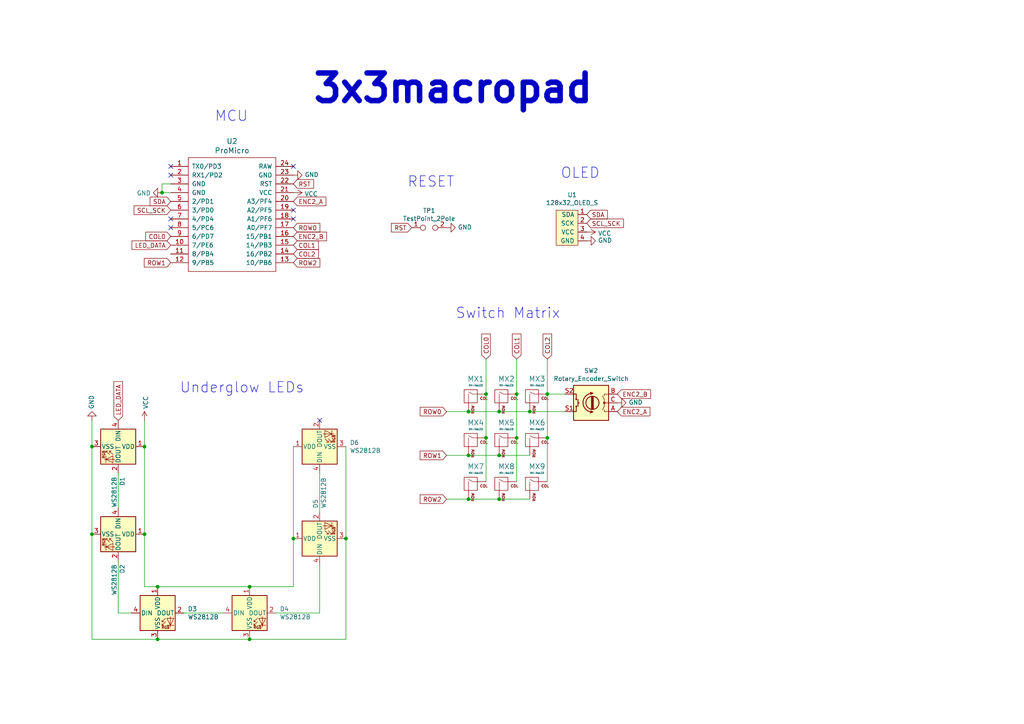
<source format=kicad_sch>
(kicad_sch (version 20230121) (generator eeschema)
  (paper "A4")
  (lib_symbols
    (symbol "Connector:TestPoint_2Pole" (pin_names (offset 0.762) hide)
      (property "Reference" "TP" (at 0 1.524 0))
      (property "Value" "TestPoint_2Pole" (at 0 -1.778 0))
      (symbol "TestPoint_2Pole_0_1"
        (circle (center -1.778 0) (radius 0.762))
        (circle (center 1.778 0) (radius 0.762))
        (pin passive line (at -5.08 0 0) (length 2.54) (name "1") (number "1"))
        (pin passive line (at 5.08 0 180) (length 2.54) (name "2") (number "2"))
      )
    )
    (symbol "LED:WS2812B" (pin_names (offset 0.254))
      (property "Reference" "D" (at 5.08 5.715 0))
      (property "Value" "WS2812B" (at 1.27 -5.715 0))
      (symbol "WS2812B_0_0"
        (text "RGB" (at 2.286 -4.191 0) (effects (font (size 0.762 0.762))))
      )
      (symbol "WS2812B_0_1"
        (polyline (pts (xy 1.27 -3.556) (xy 1.778 -3.556)))
        (polyline (pts (xy 1.27 -2.54) (xy 1.778 -2.54)))
        (polyline (pts (xy 4.699 -3.556) (xy 2.667 -3.556)))
        (polyline (pts (xy 2.286 -2.54) (xy 1.27 -3.556) (xy 1.27 -3.048)))
        (polyline (pts (xy 2.286 -1.524) (xy 1.27 -2.54) (xy 1.27 -2.032)))
        (polyline (pts (xy 3.683 -1.016) (xy 3.683 -3.556) (xy 3.683 -4.064)))
        (polyline (pts (xy 4.699 -1.524) (xy 2.667 -1.524) (xy 3.683 -3.556) (xy 4.699 -1.524)))
        (rectangle (start 5.08 5.08) (end -5.08 -5.08) (stroke (width 0.254)) (fill (type background)))
      )
      (symbol "WS2812B_1_1"
        (pin power_in line (at 0 7.62 270) (length 2.54) (name "VDD") (number "1"))
        (pin output line (at 7.62 0 180) (length 2.54) (name "DOUT") (number "2"))
        (pin power_in line (at 0 -7.62 90) (length 2.54) (name "VSS") (number "3"))
        (pin input line (at -7.62 0 0) (length 2.54) (name "DIN") (number "4"))
      )
    )
    (symbol "PCB-rescue:MX-NoLED-MX_Alps_Hybrid" (pin_names (offset 1.016))
      (property "Reference" "MX" (at -0.635 3.81 0))
      (property "Value" "MX_Alps_Hybrid_MX-NoLED" (at -0.635 1.27 0))
      (symbol "MX-NoLED-MX_Alps_Hybrid_0_0"
        (rectangle (start -2.54 2.54) (end 1.27 -1.27))
        (polyline (pts (xy -1.27 -1.27) (xy -1.27 1.27)) (stroke (width 0.127)))
        (polyline (pts (xy 1.27 1.27) (xy 0 1.27) (xy -1.27 1.905)) (stroke (width 0.127)))
        (text "COL" (at 3.175 0 0) (effects (font (size 0.762 0.762))))
        (text "ROW" (at 0 -1.905 900) (effects (font (size 0.762 0.762)) (justify right)))
      )
      (symbol "MX-NoLED-MX_Alps_Hybrid_1_1"
        (pin passive line (at 3.81 1.27 180) (length 2.54) (name "COL") (number "1"))
        (pin passive line (at -1.27 -3.81 90) (length 2.54) (name "ROW") (number "2"))
      )
    )
    (symbol "PCB-rescue:ProMicro-keebio" (pin_names (offset 1.016))
      (property "Reference" "U" (at 0 0 0))
      (property "Value" "keebio_ProMicro" (at 0 -19.05 0))
      (symbol "ProMicro-keebio_0_1"
        (rectangle (start -12.7 -16.51) (end 12.7 16.51))
      )
      (symbol "ProMicro-keebio_1_1"
        (pin input line (at -17.78 13.97 0) (length 5.08) (name "TX0/PD3") (number "1"))
        (pin input line (at -17.78 -8.89 0) (length 5.08) (name "7/PE6") (number "10"))
        (pin input line (at -17.78 -11.43 0) (length 5.08) (name "8/PB4") (number "11"))
        (pin input line (at -17.78 -13.97 0) (length 5.08) (name "9/PB5") (number "12"))
        (pin input line (at 17.78 -13.97 180) (length 5.08) (name "10/PB6") (number "13"))
        (pin input line (at 17.78 -11.43 180) (length 5.08) (name "16/PB2") (number "14"))
        (pin input line (at 17.78 -8.89 180) (length 5.08) (name "14/PB3") (number "15"))
        (pin input line (at 17.78 -6.35 180) (length 5.08) (name "15/PB1") (number "16"))
        (pin input line (at 17.78 -3.81 180) (length 5.08) (name "A0/PF7") (number "17"))
        (pin input line (at 17.78 -1.27 180) (length 5.08) (name "A1/PF6") (number "18"))
        (pin input line (at 17.78 1.27 180) (length 5.08) (name "A2/PF5") (number "19"))
        (pin input line (at -17.78 11.43 0) (length 5.08) (name "RX1/PD2") (number "2"))
        (pin input line (at 17.78 3.81 180) (length 5.08) (name "A3/PF4") (number "20"))
        (pin input line (at 17.78 6.35 180) (length 5.08) (name "VCC") (number "21"))
        (pin input line (at 17.78 8.89 180) (length 5.08) (name "RST") (number "22"))
        (pin input line (at 17.78 11.43 180) (length 5.08) (name "GND") (number "23"))
        (pin input line (at 17.78 13.97 180) (length 5.08) (name "RAW") (number "24"))
        (pin input line (at -17.78 8.89 0) (length 5.08) (name "GND") (number "3"))
        (pin input line (at -17.78 6.35 0) (length 5.08) (name "GND") (number "4"))
        (pin input line (at -17.78 3.81 0) (length 5.08) (name "2/PD1") (number "5"))
        (pin input line (at -17.78 1.27 0) (length 5.08) (name "3/PD0") (number "6"))
        (pin input line (at -17.78 -1.27 0) (length 5.08) (name "4/PD4") (number "7"))
        (pin input line (at -17.78 -3.81 0) (length 5.08) (name "5/PC6") (number "8"))
        (pin input line (at -17.78 -6.35 0) (length 5.08) (name "6/PD7") (number "9"))
      )
    )
    (symbol "PCB-rescue:Rotary_Encoder_Switch-Device" (pin_names (offset 0.254) hide)
      (property "Reference" "SW" (at 0 6.604 0))
      (property "Value" "Device_Rotary_Encoder_Switch" (at 0 -6.604 0))
      (symbol "Rotary_Encoder_Switch-Device_0_1"
        (rectangle (start -5.08 5.08) (end 5.08 -5.08) (stroke (width 0.254)) (fill (type background)))
        (circle (center -3.81 0) (radius 0.254) (fill (type outline)))
        (arc (start -0.381 -2.794) (mid 2.3376 -0.0635) (end -0.381 2.667) (stroke (width 0.254)))
        (circle (center -0.381 0) (radius 1.905) (stroke (width 0.254)))
        (polyline (pts (xy -0.635 -1.778) (xy -0.635 1.778)) (stroke (width 0.254)))
        (polyline (pts (xy -0.381 -1.778) (xy -0.381 1.778)) (stroke (width 0.254)))
        (polyline (pts (xy -0.127 1.778) (xy -0.127 -1.778)) (stroke (width 0.254)))
        (polyline (pts (xy 3.81 0) (xy 3.429 0)) (stroke (width 0.254)))
        (polyline (pts (xy 3.81 1.016) (xy 3.81 -1.016)) (stroke (width 0.254)))
        (polyline (pts (xy -5.08 -2.54) (xy -3.81 -2.54) (xy -3.81 -2.032)))
        (polyline (pts (xy -5.08 2.54) (xy -3.81 2.54) (xy -3.81 2.032)))
        (polyline (pts (xy 0.254 -3.048) (xy -0.508 -2.794) (xy 0.127 -2.413)) (stroke (width 0.254)))
        (polyline (pts (xy 0.254 2.921) (xy -0.508 2.667) (xy 0.127 2.286)) (stroke (width 0.254)))
        (polyline (pts (xy 5.08 -2.54) (xy 4.318 -2.54) (xy 4.318 -1.016)) (stroke (width 0.254)))
        (polyline (pts (xy 5.08 2.54) (xy 4.318 2.54) (xy 4.318 1.016)) (stroke (width 0.254)))
        (polyline (pts (xy -5.08 0) (xy -3.81 0) (xy -3.81 -1.016) (xy -3.302 -2.032)))
        (polyline (pts (xy -4.318 0) (xy -3.81 0) (xy -3.81 1.016) (xy -3.302 2.032)))
        (circle (center 4.318 -1.016) (radius 0.127) (stroke (width 0.254)))
        (circle (center 4.318 1.016) (radius 0.127) (stroke (width 0.254)))
      )
      (symbol "Rotary_Encoder_Switch-Device_1_1"
        (pin passive line (at -7.62 2.54 0) (length 2.54) (name "A") (number "A"))
        (pin passive line (at -7.62 -2.54 0) (length 2.54) (name "B") (number "B"))
        (pin passive line (at -7.62 0 0) (length 2.54) (name "C") (number "C"))
        (pin passive line (at 7.62 2.54 180) (length 2.54) (name "S1") (number "S1"))
        (pin passive line (at 7.62 -2.54 180) (length 2.54) (name "S2") (number "S2"))
      )
    )
    (symbol "pcb-rescue:128x32_OLED_S-128x32_OLED-smolpad-rev3-rescue" (pin_names (offset 1.016))
      (property "Reference" "U" (at 0 0 0))
      (property "Value" "128x32_OLED_S-128x32_OLED-smolpad-rev3-rescue" (at 0 0 0))
      (symbol "128x32_OLED_S-128x32_OLED-smolpad-rev3-rescue_0_1"
        (rectangle (start -5.08 -8.89) (end 5.08 -15.24) (fill (type background)))
      )
      (symbol "128x32_OLED_S-128x32_OLED-smolpad-rev3-rescue_1_1"
        (pin input line (at -3.81 -6.35 270) (length 2.54) (name "SDA") (number "1"))
        (pin input line (at -1.27 -6.35 270) (length 2.54) (name "SCK") (number "2"))
        (pin input line (at 1.27 -6.35 270) (length 2.54) (name "VCC") (number "3"))
        (pin input line (at 3.81 -6.35 270) (length 2.54) (name "GND") (number "4"))
      )
    )
    (symbol "power:GND" (power) (pin_names (offset 0))
      (property "Value" "GND" (at 0 -3.81 0))
      (symbol "GND_0_1"
        (polyline (pts (xy 0 0) (xy 0 -1.27) (xy 1.27 -1.27) (xy 0 -2.54) (xy -1.27 -1.27) (xy 0 -1.27)))
      )
      (symbol "GND_1_1"
        (pin power_in line (at 0 0 270) (length 0) hide (name "GND") (number "1"))
      )
    )
    (symbol "power:VCC" (power) (pin_names (offset 0))
      (property "Value" "VCC" (at 0 3.81 0))
      (symbol "VCC_0_1"
        (polyline (pts (xy -0.762 1.27) (xy 0 2.54)))
        (polyline (pts (xy 0 0) (xy 0 2.54)))
        (polyline (pts (xy 0 2.54) (xy 0.762 1.27)))
      )
      (symbol "VCC_1_1"
        (pin power_in line (at 0 0 90) (length 0) hide (name "VCC") (number "1"))
      )
    )
  )
  (junction (at 158.75 127))
  (junction (at 144.78 119.38))
  (junction (at 140.97 114.3))
  (junction (at 85.09 156.21))
  (junction (at 26.67 129.54))
  (junction (at 149.86 127))
  (junction (at 135.89 144.78))
  (junction (at 135.89 119.38))
  (junction (at 72.39 170.18))
  (junction (at 100.33 156.21))
  (junction (at 41.91 129.54))
  (junction (at 26.67 154.94))
  (junction (at 45.72 185.42))
  (junction (at 149.86 114.3))
  (junction (at 158.75 114.3))
  (junction (at 46.99 55.88))
  (junction (at 140.97 127))
  (junction (at 72.39 185.42))
  (junction (at 153.67 119.38))
  (junction (at 135.89 132.08))
  (junction (at 144.78 144.78))
  (junction (at 41.91 154.94))
  (junction (at 45.72 170.18))
  (junction (at 144.78 132.08))
  (no_connect (at 49.53 48.26))
  (no_connect (at 85.09 60.96))
  (no_connect (at 85.09 48.26))
  (no_connect (at 49.53 66.04))
  (no_connect (at 92.71 121.92))
  (no_connect (at 85.09 63.5))
  (no_connect (at 49.53 50.8))
  (no_connect (at 49.53 63.5))
  (wire (pts (xy 92.71 148.59) (xy 92.71 137.16)))
  (wire (pts (xy 26.67 185.42) (xy 45.72 185.42)))
  (wire (pts (xy 34.29 137.16) (xy 34.29 147.32)))
  (wire (pts (xy 153.67 144.78) (xy 144.78 144.78)))
  (wire (pts (xy 149.86 127) (xy 149.86 114.3)))
  (wire (pts (xy 158.75 127) (xy 158.75 114.3)))
  (wire (pts (xy 92.71 177.8) (xy 92.71 163.83)))
  (wire (pts (xy 45.72 170.18) (xy 72.39 170.18)))
  (wire (pts (xy 153.67 119.38) (xy 163.83 119.38)))
  (wire (pts (xy 49.53 55.88) (xy 46.99 55.88)))
  (wire (pts (xy 85.09 170.18) (xy 85.09 156.21)))
  (wire (pts (xy 140.97 114.3) (xy 140.97 104.14)))
  (wire (pts (xy 26.67 129.54) (xy 26.67 121.92)))
  (wire (pts (xy 34.29 162.56) (xy 34.29 177.8)))
  (wire (pts (xy 144.78 132.08) (xy 135.89 132.08)))
  (wire (pts (xy 149.86 139.7) (xy 149.86 127)))
  (wire (pts (xy 26.67 154.94) (xy 26.67 185.42)))
  (wire (pts (xy 140.97 139.7) (xy 140.97 127)))
  (wire (pts (xy 153.67 132.08) (xy 144.78 132.08)))
  (wire (pts (xy 135.89 119.38) (xy 144.78 119.38)))
  (wire (pts (xy 41.91 170.18) (xy 45.72 170.18)))
  (wire (pts (xy 144.78 119.38) (xy 153.67 119.38)))
  (wire (pts (xy 158.75 139.7) (xy 158.75 127)))
  (wire (pts (xy 46.99 53.34) (xy 46.99 55.88)))
  (wire (pts (xy 49.53 53.34) (xy 46.99 53.34)))
  (wire (pts (xy 45.72 185.42) (xy 72.39 185.42)))
  (wire (pts (xy 163.83 114.3) (xy 158.75 114.3)))
  (wire (pts (xy 26.67 129.54) (xy 26.67 154.94)))
  (wire (pts (xy 144.78 144.78) (xy 135.89 144.78)))
  (wire (pts (xy 53.34 177.8) (xy 64.77 177.8)))
  (wire (pts (xy 85.09 156.21) (xy 85.09 129.54)))
  (wire (pts (xy 158.75 114.3) (xy 158.75 104.14)))
  (wire (pts (xy 72.39 170.18) (xy 85.09 170.18)))
  (wire (pts (xy 41.91 129.54) (xy 41.91 121.92)))
  (wire (pts (xy 72.39 185.42) (xy 100.33 185.42)))
  (wire (pts (xy 135.89 132.08) (xy 129.54 132.08)))
  (wire (pts (xy 41.91 129.54) (xy 41.91 154.94)))
  (wire (pts (xy 129.54 119.38) (xy 135.89 119.38)))
  (wire (pts (xy 100.33 156.21) (xy 100.33 129.54)))
  (wire (pts (xy 34.29 177.8) (xy 38.1 177.8)))
  (wire (pts (xy 135.89 144.78) (xy 129.54 144.78)))
  (wire (pts (xy 149.86 114.3) (xy 149.86 104.14)))
  (wire (pts (xy 140.97 127) (xy 140.97 114.3)))
  (wire (pts (xy 41.91 154.94) (xy 41.91 170.18)))
  (wire (pts (xy 100.33 185.42) (xy 100.33 156.21)))
  (wire (pts (xy 80.01 177.8) (xy 92.71 177.8)))
  (text "RESET" (at 118.11 54.61 0) (effects (font (size 3 3)) (justify left bottom)))
  (text "Switch Matrix" (at 132.08 92.71 0) (effects (font (size 3 3)) (justify left bottom)))
  (text "3x3macropad" (at 90.17 30.48 0) (effects (font (size 8 8) (thickness 1.6) bold) (justify left bottom)))
  (text "Underglow LEDs" (at 52.07 114.3 0) (effects (font (size 3 3)) (justify left bottom)))
  (text "OLED" (at 162.56 52.07 0) (effects (font (size 3 3)) (justify left bottom)))
  (text "MCU" (at 62.23 35.56 0) (effects (font (size 3 3)) (justify left bottom)))
  (global_label "ROW2" (shape input) (at 85.09 76.2 0) (property "Intersheetrefs" "${INTERSHEET_REFS}" (effects hide)))
  (global_label "ENC2_A" (shape input) (at 85.09 58.42 0) (property "Intersheetrefs" "${INTERSHEET_REFS}" (effects hide)))
  (global_label "LED_DATA" (shape input) (at 49.53 71.12 180) (property "Intersheetrefs" "${INTERSHEET_REFS}" (effects hide)))
  (global_label "LED_DATA" (shape input) (at 34.29 121.92 90) (property "Intersheetrefs" "${INTERSHEET_REFS}" (effects hide)))
  (global_label "COL1" (shape input) (at 149.86 104.14 90) (property "Intersheetrefs" "${INTERSHEET_REFS}" (effects hide)))
  (global_label "RST" (shape input) (at 119.38 66.04 180) (property "Intersheetrefs" "${INTERSHEET_REFS}" (effects hide)))
  (global_label "ENC2_A" (shape input) (at 179.07 119.38 0) (property "Intersheetrefs" "${INTERSHEET_REFS}" (effects hide)))
  (global_label "ENC2_B" (shape input) (at 179.07 114.3 0) (property "Intersheetrefs" "${INTERSHEET_REFS}" (effects hide)))
  (global_label "SCL_SCK" (shape input) (at 170.18 64.77 0) (property "Intersheetrefs" "${INTERSHEET_REFS}" (effects hide)))
  (global_label "SDA" (shape input) (at 170.18 62.23 0) (property "Intersheetrefs" "${INTERSHEET_REFS}" (effects hide)))
  (global_label "ROW0" (shape input) (at 85.09 66.04 0) (property "Intersheetrefs" "${INTERSHEET_REFS}" (effects hide)))
  (global_label "ROW1" (shape input) (at 129.54 132.08 180) (property "Intersheetrefs" "${INTERSHEET_REFS}" (effects hide)))
  (global_label "ROW2" (shape input) (at 129.54 144.78 180) (property "Intersheetrefs" "${INTERSHEET_REFS}" (effects hide)))
  (global_label "SDA" (shape input) (at 49.53 58.42 180) (property "Intersheetrefs" "${INTERSHEET_REFS}" (effects hide)))
  (global_label "RST" (shape input) (at 85.09 53.34 0) (property "Intersheetrefs" "${INTERSHEET_REFS}" (effects hide)))
  (global_label "ROW0" (shape input) (at 129.54 119.38 180) (property "Intersheetrefs" "${INTERSHEET_REFS}" (effects hide)))
  (global_label "COL2" (shape input) (at 158.75 104.14 90) (property "Intersheetrefs" "${INTERSHEET_REFS}" (effects hide)))
  (global_label "ROW1" (shape input) (at 49.53 76.2 180) (property "Intersheetrefs" "${INTERSHEET_REFS}" (effects hide)))
  (global_label "COL1" (shape input) (at 85.09 71.12 0) (property "Intersheetrefs" "${INTERSHEET_REFS}" (effects hide)))
  (global_label "SCL_SCK" (shape input) (at 49.53 60.96 180) (property "Intersheetrefs" "${INTERSHEET_REFS}" (effects hide)))
  (global_label "COL0" (shape input) (at 49.53 68.58 180) (property "Intersheetrefs" "${INTERSHEET_REFS}" (effects hide)))
  (global_label "COL0" (shape input) (at 140.97 104.14 90) (property "Intersheetrefs" "${INTERSHEET_REFS}" (effects hide)))
  (global_label "ENC2_B" (shape input) (at 85.09 68.58 0) (property "Intersheetrefs" "${INTERSHEET_REFS}" (effects hide)))
  (global_label "COL2" (shape input) (at 85.09 73.66 0) (property "Intersheetrefs" "${INTERSHEET_REFS}" (effects hide)))
  (symbol (lib_id "PCB-rescue:ProMicro-keebio") (at 67.31 62.23 0) (unit 1)
    (property "Reference" "U2" (at 67.31 40.9702 0) (effects (font (size 1.524 1.524))))
    (property "Value" "ProMicro" (at 67.31 43.6626 0) (effects (font (size 1.524 1.524))))
    (property "Footprint" "Keebio-Parts.pretty-master:ArduinoProMicro-ZigZag" (effects hide))
  )
  (symbol (lib_id "PCB-rescue:MX-NoLED-MX_Alps_Hybrid") (at 137.16 115.57 0) (unit 1)
    (property "Reference" "MX1" (at 137.9982 109.9058 0) (effects (font (size 1.524 1.524))))
    (property "Value" "MX-NoLED" (at 137.9982 111.7854 0) (effects (font (size 0.508 0.508))))
    (property "Footprint" "MX_Only:MXOnly-1U-Hotswap" (effects hide))
  )
  (symbol (lib_id "PCB-rescue:MX-NoLED-MX_Alps_Hybrid") (at 146.05 115.57 0) (unit 1)
    (property "Reference" "MX2" (at 146.8882 109.9058 0) (effects (font (size 1.524 1.524))))
    (property "Value" "MX-NoLED" (at 146.8882 111.7854 0) (effects (font (size 0.508 0.508))))
    (property "Footprint" "MX_Only:MXOnly-1U-Hotswap" (effects hide))
  )
  (symbol (lib_id "PCB-rescue:MX-NoLED-MX_Alps_Hybrid") (at 154.94 115.57 0) (unit 1)
    (property "Reference" "MX3" (at 155.7782 109.9058 0) (effects (font (size 1.524 1.524))))
    (property "Value" "MX-NoLED" (at 155.7782 111.7854 0) (effects (font (size 0.508 0.508))))
    (property "Footprint" "MX_Only:MXOnly-1U-Hotswap" (effects hide))
  )
  (symbol (lib_id "PCB-rescue:MX-NoLED-MX_Alps_Hybrid") (at 137.16 128.27 0) (unit 1)
    (property "Reference" "MX4" (at 137.9982 122.6058 0) (effects (font (size 1.524 1.524))))
    (property "Value" "MX-NoLED" (at 137.9982 124.4854 0) (effects (font (size 0.508 0.508))))
    (property "Footprint" "MX_Only:MXOnly-1U-Hotswap" (effects hide))
  )
  (symbol (lib_id "PCB-rescue:MX-NoLED-MX_Alps_Hybrid") (at 146.05 128.27 0) (unit 1)
    (property "Reference" "MX5" (at 146.8882 122.6058 0) (effects (font (size 1.524 1.524))))
    (property "Value" "MX-NoLED" (at 146.8882 124.4854 0) (effects (font (size 0.508 0.508))))
    (property "Footprint" "MX_Only:MXOnly-1U-Hotswap" (effects hide))
  )
  (symbol (lib_id "PCB-rescue:MX-NoLED-MX_Alps_Hybrid") (at 154.94 128.27 0) (unit 1)
    (property "Reference" "MX6" (at 155.7782 122.6058 0) (effects (font (size 1.524 1.524))))
    (property "Value" "MX-NoLED" (at 155.7782 124.4854 0) (effects (font (size 0.508 0.508))))
    (property "Footprint" "MX_Only:MXOnly-1U-Hotswap" (effects hide))
  )
  (symbol (lib_id "PCB-rescue:MX-NoLED-MX_Alps_Hybrid") (at 137.16 140.97 0) (unit 1)
    (property "Reference" "MX7" (at 137.9982 135.3058 0) (effects (font (size 1.524 1.524))))
    (property "Value" "MX-NoLED" (at 137.9982 137.1854 0) (effects (font (size 0.508 0.508))))
    (property "Footprint" "MX_Only:MXOnly-1U-Hotswap" (effects hide))
  )
  (symbol (lib_id "PCB-rescue:MX-NoLED-MX_Alps_Hybrid") (at 146.05 140.97 0) (unit 1)
    (property "Reference" "MX8" (at 146.8882 135.3058 0) (effects (font (size 1.524 1.524))))
    (property "Value" "MX-NoLED" (at 146.8882 137.1854 0) (effects (font (size 0.508 0.508))))
    (property "Footprint" "MX_Only:MXOnly-1U-Hotswap" (effects hide))
  )
  (symbol (lib_id "PCB-rescue:MX-NoLED-MX_Alps_Hybrid") (at 154.94 140.97 0) (unit 1)
    (property "Reference" "MX9" (at 155.7782 135.3058 0) (effects (font (size 1.524 1.524))))
    (property "Value" "MX-NoLED" (at 155.7782 137.1854 0) (effects (font (size 0.508 0.508))))
    (property "Footprint" "MX_Only:MXOnly-1U-Hotswap" (effects hide))
  )
  (symbol (lib_id "PCB-rescue:Rotary_Encoder_Switch-Device") (at 171.45 116.84 180) (unit 1)
    (property "Reference" "SW2" (at 171.45 107.5182 0))
    (property "Value" "Rotary_Encoder_Switch" (at 171.45 109.8296 0))
    (property "Footprint" "Rotary_Encoder:RotaryEncoder_Alps_EC11E-Switch_Vertical_H20mm" (effects hide))
  )
  (symbol (lib_id "Connector:TestPoint_2Pole") (at 124.46 66.04 0) (unit 1)
    (property "Reference" "TP1" (at 124.46 61.087 0))
    (property "Value" "TestPoint_2Pole" (at 124.46 63.3984 0))
    (property "Footprint" "TestPoint:TestPoint_2Pads_Pitch2.54mm_Drill0.8mm" (effects hide))
  )
  (symbol (lib_id "power:GND") (at 129.54 66.04 90) (unit 1)
    (property "Reference" "#PWR0108" (effects hide))
    (property "Value" "GND" (at 132.7912 65.913 90) (effects (justify right)))
  )
  (symbol (lib_id "power:GND") (at 179.07 116.84 90) (unit 1)
    (property "Reference" "#PWR0102" (effects hide))
    (property "Value" "GND" (at 182.3212 116.713 90) (effects (justify right)))
  )
  (symbol (lib_id "power:GND") (at 85.09 50.8 90) (unit 1)
    (property "Reference" "#PWR0103" (effects hide))
    (property "Value" "GND" (at 88.3412 50.673 90) (effects (justify right)))
  )
  (symbol (lib_id "power:GND") (at 46.99 55.88 270) (unit 1)
    (property "Reference" "#PWR0104" (effects hide))
    (property "Value" "GND" (at 43.7388 56.007 90) (effects (justify right)))
  )
  (symbol (lib_id "pcb-rescue:128x32_OLED_S-128x32_OLED-smolpad-rev3-rescue") (at 176.53 66.04 270) (unit 1)
    (property "Reference" "U1" (at 165.9382 56.515 90))
    (property "Value" "128x32_OLED_S" (at 165.9382 58.8264 90))
    (property "Footprint" "128x32_OLED:128x32_OLED_F_ROTATE" (effects hide))
  )
  (symbol (lib_id "power:GND") (at 170.18 69.85 90) (unit 1)
    (property "Reference" "#PWR0105" (effects hide))
    (property "Value" "GND" (at 173.4312 69.723 90) (effects (justify right)))
  )
  (symbol (lib_id "power:VCC") (at 170.18 67.31 270) (unit 1)
    (property "Reference" "#PWR0106" (effects hide))
    (property "Value" "VCC" (at 173.4312 67.691 90) (effects (justify left)))
  )
  (symbol (lib_id "power:VCC") (at 85.09 55.88 270) (unit 1)
    (property "Reference" "#PWR0107" (effects hide))
    (property "Value" "VCC" (at 88.3412 56.261 90) (effects (justify left)))
  )
  (symbol (lib_id "LED:WS2812B") (at 34.29 129.54 270) (unit 1)
    (property "Reference" "D1" (at 35.4584 138.2776 0) (effects (justify left)))
    (property "Value" "WS2812B" (at 33.147 138.2776 0) (effects (justify left)))
    (property "Footprint" "LED_SMD:LED_WS2812B_PLCC4_5.0x5.0mm_P3.2mm" (effects hide))
    (property "Datasheet" "https://cdn-shop.adafruit.com/datasheets/WS2812B.pdf" (effects hide))
  )
  (symbol (lib_id "LED:WS2812B") (at 34.29 154.94 270) (unit 1)
    (property "Reference" "D2" (at 35.4584 163.6776 0) (effects (justify left)))
    (property "Value" "WS2812B" (at 33.147 163.6776 0) (effects (justify left)))
    (property "Footprint" "LED_SMD:LED_WS2812B_PLCC4_5.0x5.0mm_P3.2mm" (effects hide))
    (property "Datasheet" "https://cdn-shop.adafruit.com/datasheets/WS2812B.pdf" (effects hide))
  )
  (symbol (lib_id "LED:WS2812B") (at 92.71 156.21 90) (unit 1)
    (property "Reference" "D5" (at 91.5416 147.4724 0) (effects (justify left)))
    (property "Value" "WS2812B" (at 93.853 147.4724 0) (effects (justify left)))
    (property "Footprint" "LED_SMD:LED_WS2812B_PLCC4_5.0x5.0mm_P3.2mm" (effects hide))
    (property "Datasheet" "https://cdn-shop.adafruit.com/datasheets/WS2812B.pdf" (effects hide))
  )
  (symbol (lib_id "LED:WS2812B") (at 92.71 129.54 90) (unit 1)
    (property "Reference" "D6" (at 101.4476 128.3716 90) (effects (justify right)))
    (property "Value" "WS2812B" (at 101.4476 130.683 90) (effects (justify right)))
    (property "Footprint" "LED_SMD:LED_WS2812B_PLCC4_5.0x5.0mm_P3.2mm" (effects hide))
    (property "Datasheet" "https://cdn-shop.adafruit.com/datasheets/WS2812B.pdf" (effects hide))
  )
  (symbol (lib_id "LED:WS2812B") (at 45.72 177.8 0) (unit 1)
    (property "Reference" "D3" (at 54.4576 176.6316 0) (effects (justify left)))
    (property "Value" "WS2812B" (at 54.4576 178.943 0) (effects (justify left)))
    (property "Footprint" "LED_SMD:LED_WS2812B_PLCC4_5.0x5.0mm_P3.2mm" (effects hide))
    (property "Datasheet" "https://cdn-shop.adafruit.com/datasheets/WS2812B.pdf" (effects hide))
  )
  (symbol (lib_id "LED:WS2812B") (at 72.39 177.8 0) (unit 1)
    (property "Reference" "D4" (at 81.1276 176.6316 0) (effects (justify left)))
    (property "Value" "WS2812B" (at 81.1276 178.943 0) (effects (justify left)))
    (property "Footprint" "LED_SMD:LED_WS2812B_PLCC4_5.0x5.0mm_P3.2mm" (effects hide))
    (property "Datasheet" "https://cdn-shop.adafruit.com/datasheets/WS2812B.pdf" (effects hide))
  )
  (symbol (lib_id "power:GND") (at 26.67 121.92 180) (unit 1)
    (property "Reference" "#PWR0109" (effects hide))
    (property "Value" "GND" (at 26.543 118.6688 90) (effects (justify right)))
  )
  (symbol (lib_id "power:VCC") (at 41.91 121.92 0) (unit 1)
    (property "Reference" "#PWR0110" (effects hide))
    (property "Value" "VCC" (at 42.291 118.6688 90) (effects (justify left)))
  )
)
</source>
